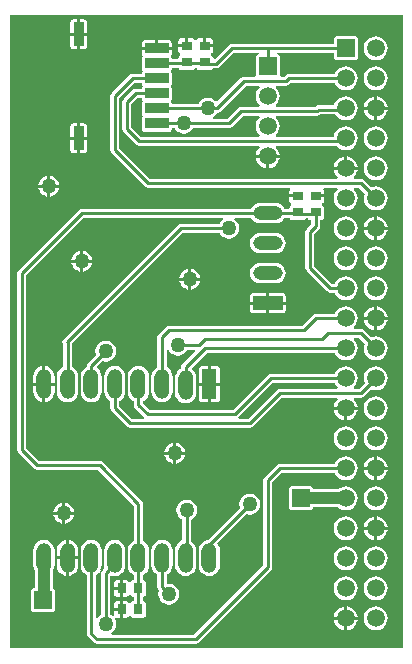
<source format=gtl>
G04 Layer_Physical_Order=1*
G04 Layer_Color=255*
%FSLAX25Y25*%
%MOIN*%
G70*
G01*
G75*
%ADD10R,0.03150X0.03543*%
%ADD11R,0.03543X0.03150*%
%ADD12R,0.03543X0.07874*%
%ADD13R,0.07874X0.03543*%
%ADD14O,0.05000X0.10000*%
%ADD15R,0.05000X0.10000*%
%ADD16C,0.01000*%
%ADD17C,0.03937*%
%ADD18R,0.05905X0.05905*%
%ADD19C,0.05905*%
%ADD20R,0.05905X0.05905*%
%ADD21R,0.09842X0.04724*%
%ADD22O,0.09842X0.04724*%
%ADD23C,0.05000*%
G36*
X131000Y0D02*
X0D01*
Y211000D01*
X131000D01*
Y0D01*
D02*
G37*
%LPC*%
G36*
X58464Y64500D02*
X55500D01*
Y61536D01*
X55914Y61590D01*
X56765Y61943D01*
X57496Y62504D01*
X58057Y63235D01*
X58410Y64086D01*
X58464Y64500D01*
D02*
G37*
G36*
X54500D02*
X51536D01*
X51590Y64086D01*
X51943Y63235D01*
X52504Y62504D01*
X53235Y61943D01*
X54086Y61590D01*
X54500Y61536D01*
Y64500D01*
D02*
G37*
G36*
X122500Y63921D02*
Y60500D01*
X125921D01*
X125851Y61032D01*
X125453Y61993D01*
X124819Y62819D01*
X123993Y63453D01*
X123032Y63851D01*
X122500Y63921D01*
D02*
G37*
G36*
X54500Y68464D02*
X54086Y68410D01*
X53235Y68057D01*
X52504Y67496D01*
X51943Y66765D01*
X51590Y65914D01*
X51536Y65500D01*
X54500D01*
Y68464D01*
D02*
G37*
G36*
X122000Y73987D02*
X120968Y73851D01*
X120007Y73453D01*
X119181Y72819D01*
X118547Y71993D01*
X118149Y71032D01*
X118013Y70000D01*
X118149Y68968D01*
X118547Y68007D01*
X119181Y67181D01*
X120007Y66547D01*
X120968Y66149D01*
X122000Y66013D01*
X123032Y66149D01*
X123993Y66547D01*
X124819Y67181D01*
X125453Y68007D01*
X125851Y68968D01*
X125987Y70000D01*
X125851Y71032D01*
X125453Y71993D01*
X124819Y72819D01*
X123993Y73453D01*
X123032Y73851D01*
X122000Y73987D01*
D02*
G37*
G36*
X112000D02*
X110968Y73851D01*
X110007Y73453D01*
X109181Y72819D01*
X108547Y71993D01*
X108149Y71032D01*
X108013Y70000D01*
X108149Y68968D01*
X108547Y68007D01*
X109181Y67181D01*
X110007Y66547D01*
X110968Y66149D01*
X112000Y66013D01*
X113032Y66149D01*
X113993Y66547D01*
X114819Y67181D01*
X115453Y68007D01*
X115851Y68968D01*
X115987Y70000D01*
X115851Y71032D01*
X115453Y71993D01*
X114819Y72819D01*
X113993Y73453D01*
X113032Y73851D01*
X112000Y73987D01*
D02*
G37*
G36*
X55500Y68464D02*
Y65500D01*
X58464D01*
X58410Y65914D01*
X58057Y66765D01*
X57496Y67496D01*
X56765Y68057D01*
X55914Y68410D01*
X55500Y68464D01*
D02*
G37*
G36*
X112000Y53987D02*
X110968Y53851D01*
X110007Y53453D01*
X109409Y52994D01*
X100964D01*
X100895Y53343D01*
X100674Y53674D01*
X100343Y53895D01*
X99953Y53972D01*
X94047D01*
X93657Y53895D01*
X93326Y53674D01*
X93105Y53343D01*
X93028Y52953D01*
Y47047D01*
X93105Y46657D01*
X93326Y46326D01*
X93657Y46105D01*
X94047Y46028D01*
X99953D01*
X100343Y46105D01*
X100674Y46326D01*
X100895Y46657D01*
X100964Y47006D01*
X109409D01*
X110007Y46547D01*
X110968Y46149D01*
X112000Y46013D01*
X113032Y46149D01*
X113993Y46547D01*
X114819Y47181D01*
X115453Y48007D01*
X115851Y48968D01*
X115987Y50000D01*
X115851Y51032D01*
X115453Y51993D01*
X114819Y52819D01*
X113993Y53453D01*
X113032Y53851D01*
X112000Y53987D01*
D02*
G37*
G36*
X122000D02*
X120968Y53851D01*
X120007Y53453D01*
X119181Y52819D01*
X118547Y51993D01*
X118149Y51032D01*
X118013Y50000D01*
X118149Y48968D01*
X118547Y48007D01*
X119181Y47181D01*
X120007Y46547D01*
X120968Y46149D01*
X122000Y46013D01*
X123032Y46149D01*
X123993Y46547D01*
X124819Y47181D01*
X125453Y48007D01*
X125851Y48968D01*
X125987Y50000D01*
X125851Y51032D01*
X125453Y51993D01*
X124819Y52819D01*
X123993Y53453D01*
X123032Y53851D01*
X122000Y53987D01*
D02*
G37*
G36*
X18500Y48464D02*
Y45500D01*
X21464D01*
X21410Y45914D01*
X21057Y46765D01*
X20496Y47496D01*
X19765Y48057D01*
X18914Y48410D01*
X18500Y48464D01*
D02*
G37*
G36*
X112000Y63987D02*
X110968Y63851D01*
X110007Y63453D01*
X109181Y62819D01*
X108547Y61993D01*
X108355Y61529D01*
X90000D01*
X89415Y61413D01*
X88919Y61081D01*
X84919Y57081D01*
X84587Y56585D01*
X84471Y56000D01*
Y27634D01*
X61366Y4529D01*
X34007D01*
X33878Y5029D01*
X34496Y5504D01*
X35057Y6235D01*
X35410Y7086D01*
X35530Y8000D01*
X35410Y8914D01*
X35057Y9765D01*
X34950Y9905D01*
X35260Y10264D01*
X35289Y10284D01*
X35669Y10209D01*
X36744D01*
Y12500D01*
X34650D01*
Y11228D01*
X34701Y10969D01*
X34318Y10662D01*
X34293Y10652D01*
X33765Y11057D01*
X33529Y11155D01*
Y23903D01*
X34029Y24237D01*
X34086Y24213D01*
X35000Y24093D01*
X35914Y24213D01*
X36765Y24566D01*
X37496Y25127D01*
X38057Y25858D01*
X38410Y26709D01*
X38530Y27623D01*
Y32623D01*
X38410Y33537D01*
X38057Y34388D01*
X37496Y35119D01*
X36765Y35680D01*
X35914Y36033D01*
X35000Y36153D01*
X34086Y36033D01*
X33235Y35680D01*
X32504Y35119D01*
X31943Y34388D01*
X31590Y33537D01*
X31470Y32623D01*
Y27623D01*
X31471Y27617D01*
Y26634D01*
X30919Y26081D01*
X30651Y25682D01*
X30208Y25918D01*
X30536Y26709D01*
X30656Y27623D01*
Y32623D01*
X30536Y33537D01*
X30183Y34388D01*
X29622Y35119D01*
X28891Y35680D01*
X28040Y36033D01*
X27126Y36153D01*
X26212Y36033D01*
X25361Y35680D01*
X24630Y35119D01*
X24069Y34388D01*
X23716Y33537D01*
X23596Y32623D01*
Y27623D01*
X23716Y26709D01*
X24069Y25858D01*
X24630Y25127D01*
X25361Y24566D01*
X25597Y24468D01*
Y4874D01*
X25713Y4289D01*
X26045Y3793D01*
X27919Y1919D01*
X28415Y1587D01*
X29000Y1471D01*
X62000D01*
X62585Y1587D01*
X63081Y1919D01*
X87081Y25919D01*
X87413Y26415D01*
X87529Y27000D01*
Y55366D01*
X90633Y58471D01*
X108355D01*
X108547Y58007D01*
X109181Y57181D01*
X110007Y56547D01*
X110968Y56149D01*
X112000Y56013D01*
X113032Y56149D01*
X113993Y56547D01*
X114819Y57181D01*
X115453Y58007D01*
X115851Y58968D01*
X115987Y60000D01*
X115851Y61032D01*
X115453Y61993D01*
X114819Y62819D01*
X113993Y63453D01*
X113032Y63851D01*
X112000Y63987D01*
D02*
G37*
G36*
X121500Y63921D02*
X120968Y63851D01*
X120007Y63453D01*
X119181Y62819D01*
X118547Y61993D01*
X118149Y61032D01*
X118079Y60500D01*
X121500D01*
Y63921D01*
D02*
G37*
G36*
X125921Y59500D02*
X122500D01*
Y56079D01*
X123032Y56149D01*
X123993Y56547D01*
X124819Y57181D01*
X125453Y58007D01*
X125851Y58968D01*
X125921Y59500D01*
D02*
G37*
G36*
X121500D02*
X118079D01*
X118149Y58968D01*
X118547Y58007D01*
X119181Y57181D01*
X120007Y56547D01*
X120968Y56149D01*
X121500Y56079D01*
Y59500D01*
D02*
G37*
G36*
X65996Y94020D02*
X63996D01*
X63606Y93942D01*
X63275Y93721D01*
X63054Y93390D01*
X62976Y93000D01*
Y88500D01*
X65996D01*
Y94020D01*
D02*
G37*
G36*
X10878Y93964D02*
X10464Y93910D01*
X9613Y93557D01*
X8882Y92996D01*
X8321Y92265D01*
X7968Y91414D01*
X7848Y90500D01*
Y88500D01*
X10878D01*
Y93964D01*
D02*
G37*
G36*
X14908Y87500D02*
X11878D01*
Y82036D01*
X12292Y82090D01*
X13143Y82443D01*
X13874Y83004D01*
X14435Y83735D01*
X14788Y84586D01*
X14908Y85500D01*
Y87500D01*
D02*
G37*
G36*
X11878Y93964D02*
Y88500D01*
X14908D01*
Y90500D01*
X14788Y91414D01*
X14435Y92265D01*
X13874Y92996D01*
X13143Y93557D01*
X12292Y93910D01*
X11878Y93964D01*
D02*
G37*
G36*
X112000Y113987D02*
X110968Y113851D01*
X110007Y113453D01*
X109181Y112819D01*
X108547Y111993D01*
X108355Y111529D01*
X102000D01*
X101415Y111413D01*
X100919Y111081D01*
X97366Y107529D01*
X53000D01*
X52415Y107413D01*
X51919Y107081D01*
X49667Y104829D01*
X49335Y104333D01*
X49219Y103748D01*
Y93655D01*
X48983Y93557D01*
X48252Y92996D01*
X47691Y92265D01*
X47338Y91414D01*
X47218Y90500D01*
Y85500D01*
X47338Y84586D01*
X47691Y83735D01*
X48252Y83004D01*
X48983Y82443D01*
X49834Y82090D01*
X50748Y81970D01*
X51662Y82090D01*
X52513Y82443D01*
X53244Y83004D01*
X53805Y83735D01*
X54158Y84586D01*
X54278Y85500D01*
Y90500D01*
X54158Y91414D01*
X53805Y92265D01*
X53244Y92996D01*
X52513Y93557D01*
X52277Y93655D01*
Y99535D01*
X52777Y99634D01*
X52943Y99235D01*
X53504Y98504D01*
X54235Y97943D01*
X55086Y97590D01*
X56000Y97470D01*
X56914Y97590D01*
X57765Y97943D01*
X58496Y98504D01*
X59057Y99235D01*
X59155Y99471D01*
X61654D01*
X61846Y99009D01*
X57541Y94703D01*
X57209Y94207D01*
X57093Y93622D01*
Y93261D01*
X56857Y93164D01*
X56126Y92602D01*
X55565Y91871D01*
X55212Y91020D01*
X55092Y90106D01*
Y85106D01*
X55212Y84193D01*
X55565Y83341D01*
X56126Y82610D01*
X56857Y82049D01*
X57708Y81696D01*
X58622Y81576D01*
X59536Y81696D01*
X60387Y82049D01*
X61118Y82610D01*
X61679Y83341D01*
X62032Y84193D01*
X62152Y85106D01*
Y90106D01*
X62032Y91020D01*
X61679Y91871D01*
X61118Y92602D01*
X60753Y92883D01*
X60709Y93546D01*
X65633Y98471D01*
X108355D01*
X108547Y98007D01*
X109181Y97181D01*
X110007Y96547D01*
X110968Y96149D01*
X112000Y96013D01*
X113032Y96149D01*
X113993Y96547D01*
X114819Y97181D01*
X115453Y98007D01*
X115851Y98968D01*
X115987Y100000D01*
X115851Y101032D01*
X115453Y101993D01*
X114819Y102819D01*
X114622Y102971D01*
X114792Y103471D01*
X116367D01*
X118341Y101496D01*
X118149Y101032D01*
X118013Y100000D01*
X118149Y98968D01*
X118547Y98007D01*
X119181Y97181D01*
X120007Y96547D01*
X120968Y96149D01*
X122000Y96013D01*
X123032Y96149D01*
X123993Y96547D01*
X124819Y97181D01*
X125453Y98007D01*
X125851Y98968D01*
X125987Y100000D01*
X125851Y101032D01*
X125453Y101993D01*
X124819Y102819D01*
X123993Y103453D01*
X123032Y103851D01*
X122000Y103987D01*
X120968Y103851D01*
X120504Y103659D01*
X118081Y106081D01*
X117585Y106413D01*
X117000Y106529D01*
X114792D01*
X114622Y107029D01*
X114819Y107181D01*
X115453Y108007D01*
X115851Y108968D01*
X115987Y110000D01*
X115851Y111032D01*
X115453Y111993D01*
X114819Y112819D01*
X113993Y113453D01*
X113032Y113851D01*
X112000Y113987D01*
D02*
G37*
G36*
X32000Y102530D02*
X31086Y102410D01*
X30235Y102057D01*
X29504Y101496D01*
X28943Y100765D01*
X28590Y99914D01*
X28470Y99000D01*
X28590Y98086D01*
X28688Y97851D01*
X26045Y95207D01*
X25713Y94711D01*
X25597Y94126D01*
Y93655D01*
X25361Y93557D01*
X24630Y92996D01*
X24069Y92265D01*
X23716Y91414D01*
X23596Y90500D01*
Y85500D01*
X23716Y84586D01*
X24069Y83735D01*
X24630Y83004D01*
X25361Y82443D01*
X26212Y82090D01*
X27126Y81970D01*
X28040Y82090D01*
X28891Y82443D01*
X29622Y83004D01*
X30183Y83735D01*
X30536Y84586D01*
X30656Y85500D01*
Y90500D01*
X30536Y91414D01*
X30183Y92265D01*
X29622Y92996D01*
X29195Y93325D01*
X29133Y93971D01*
X30851Y95688D01*
X31086Y95590D01*
X32000Y95470D01*
X32914Y95590D01*
X33765Y95943D01*
X34496Y96504D01*
X35057Y97235D01*
X35410Y98086D01*
X35530Y99000D01*
X35410Y99914D01*
X35057Y100765D01*
X34496Y101496D01*
X33765Y102057D01*
X32914Y102410D01*
X32000Y102530D01*
D02*
G37*
G36*
X68996Y94020D02*
X66996D01*
Y88500D01*
X70016D01*
Y93000D01*
X69938Y93390D01*
X69717Y93721D01*
X69386Y93942D01*
X68996Y94020D01*
D02*
G37*
G36*
X115921Y79500D02*
X112500D01*
Y76079D01*
X113032Y76149D01*
X113993Y76547D01*
X114819Y77181D01*
X115453Y78007D01*
X115851Y78968D01*
X115921Y79500D01*
D02*
G37*
G36*
X111500D02*
X108079D01*
X108149Y78968D01*
X108547Y78007D01*
X109181Y77181D01*
X110007Y76547D01*
X110968Y76149D01*
X111500Y76079D01*
Y79500D01*
D02*
G37*
G36*
X122000Y83987D02*
X120968Y83851D01*
X120007Y83453D01*
X119181Y82819D01*
X118547Y81993D01*
X118149Y81032D01*
X118013Y80000D01*
X118149Y78968D01*
X118547Y78007D01*
X119181Y77181D01*
X120007Y76547D01*
X120968Y76149D01*
X122000Y76013D01*
X123032Y76149D01*
X123993Y76547D01*
X124819Y77181D01*
X125453Y78007D01*
X125851Y78968D01*
X125987Y80000D01*
X125851Y81032D01*
X125453Y81993D01*
X124819Y82819D01*
X123993Y83453D01*
X123032Y83851D01*
X122000Y83987D01*
D02*
G37*
G36*
X42874Y94030D02*
X41960Y93910D01*
X41109Y93557D01*
X40378Y92996D01*
X39817Y92265D01*
X39464Y91414D01*
X39344Y90500D01*
Y85500D01*
X39464Y84586D01*
X39817Y83735D01*
X40378Y83004D01*
X41109Y82443D01*
X41345Y82345D01*
Y81126D01*
X41461Y80541D01*
X41793Y80045D01*
X44808Y77029D01*
X44671Y76592D01*
X44623Y76529D01*
X40633D01*
X36529Y80633D01*
Y82345D01*
X36765Y82443D01*
X37496Y83004D01*
X38057Y83735D01*
X38410Y84586D01*
X38530Y85500D01*
Y90500D01*
X38410Y91414D01*
X38057Y92265D01*
X37496Y92996D01*
X36765Y93557D01*
X35914Y93910D01*
X35000Y94030D01*
X34086Y93910D01*
X33235Y93557D01*
X32504Y92996D01*
X31943Y92265D01*
X31590Y91414D01*
X31470Y90500D01*
Y85500D01*
X31590Y84586D01*
X31943Y83735D01*
X32504Y83004D01*
X33235Y82443D01*
X33471Y82345D01*
Y80000D01*
X33587Y79415D01*
X33919Y78919D01*
X38919Y73919D01*
X39415Y73587D01*
X40000Y73471D01*
X80000D01*
X80585Y73587D01*
X81081Y73919D01*
X90633Y83471D01*
X109209D01*
X109378Y82971D01*
X109181Y82819D01*
X108547Y81993D01*
X108149Y81032D01*
X108079Y80500D01*
X112000D01*
X115921D01*
X115851Y81032D01*
X115453Y81993D01*
X114819Y82819D01*
X114622Y82971D01*
X114792Y83471D01*
X117000D01*
X117585Y83587D01*
X118081Y83919D01*
X120504Y86341D01*
X120968Y86149D01*
X122000Y86013D01*
X123032Y86149D01*
X123993Y86547D01*
X124819Y87181D01*
X125453Y88007D01*
X125851Y88968D01*
X125987Y90000D01*
X125851Y91032D01*
X125453Y91993D01*
X124819Y92819D01*
X123993Y93453D01*
X123032Y93851D01*
X122000Y93987D01*
X120968Y93851D01*
X120007Y93453D01*
X119181Y92819D01*
X118547Y91993D01*
X118149Y91032D01*
X118013Y90000D01*
X118149Y88968D01*
X118341Y88504D01*
X116367Y86529D01*
X114792D01*
X114622Y87029D01*
X114819Y87181D01*
X115453Y88007D01*
X115851Y88968D01*
X115987Y90000D01*
X115851Y91032D01*
X115453Y91993D01*
X114819Y92819D01*
X113993Y93453D01*
X113032Y93851D01*
X112000Y93987D01*
X110968Y93851D01*
X110007Y93453D01*
X109181Y92819D01*
X108547Y91993D01*
X108355Y91529D01*
X87000D01*
X86415Y91413D01*
X85919Y91081D01*
X74366Y79529D01*
X46633D01*
X44403Y81760D01*
Y82345D01*
X44639Y82443D01*
X45370Y83004D01*
X45931Y83735D01*
X46284Y84586D01*
X46404Y85500D01*
Y90500D01*
X46284Y91414D01*
X45931Y92265D01*
X45370Y92996D01*
X44639Y93557D01*
X43788Y93910D01*
X42874Y94030D01*
D02*
G37*
G36*
X10878Y87500D02*
X7848D01*
Y85500D01*
X7968Y84586D01*
X8321Y83735D01*
X8882Y83004D01*
X9613Y82443D01*
X10464Y82090D01*
X10878Y82036D01*
Y87500D01*
D02*
G37*
G36*
X70016D02*
X66996D01*
Y81980D01*
X68996D01*
X69386Y82058D01*
X69717Y82279D01*
X69938Y82610D01*
X70016Y83000D01*
Y87500D01*
D02*
G37*
G36*
X65996D02*
X62976D01*
Y83000D01*
X63054Y82610D01*
X63275Y82279D01*
X63606Y82058D01*
X63996Y81980D01*
X65996D01*
Y87500D01*
D02*
G37*
G36*
X122000Y23987D02*
X120968Y23851D01*
X120007Y23453D01*
X119181Y22819D01*
X118547Y21993D01*
X118149Y21032D01*
X118013Y20000D01*
X118149Y18968D01*
X118547Y18007D01*
X119181Y17181D01*
X120007Y16547D01*
X120968Y16149D01*
X122000Y16013D01*
X123032Y16149D01*
X123993Y16547D01*
X124819Y17181D01*
X125453Y18007D01*
X125851Y18968D01*
X125987Y20000D01*
X125851Y21032D01*
X125453Y21993D01*
X124819Y22819D01*
X123993Y23453D01*
X123032Y23851D01*
X122000Y23987D01*
D02*
G37*
G36*
X112000D02*
X110968Y23851D01*
X110007Y23453D01*
X109181Y22819D01*
X108547Y21993D01*
X108149Y21032D01*
X108013Y20000D01*
X108149Y18968D01*
X108547Y18007D01*
X109181Y17181D01*
X110007Y16547D01*
X110968Y16149D01*
X112000Y16013D01*
X113032Y16149D01*
X113993Y16547D01*
X114819Y17181D01*
X115453Y18007D01*
X115851Y18968D01*
X115987Y20000D01*
X115851Y21032D01*
X115453Y21993D01*
X114819Y22819D01*
X113993Y23453D01*
X113032Y23851D01*
X112000Y23987D01*
D02*
G37*
G36*
X50748Y36153D02*
X49834Y36033D01*
X48983Y35680D01*
X48252Y35119D01*
X47691Y34388D01*
X47338Y33537D01*
X47218Y32623D01*
Y27623D01*
X47338Y26709D01*
X47691Y25858D01*
X48252Y25127D01*
X48983Y24566D01*
X49219Y24468D01*
Y20252D01*
X49335Y19667D01*
X49667Y19171D01*
X49688Y19149D01*
X49590Y18914D01*
X49470Y18000D01*
X49590Y17086D01*
X49943Y16235D01*
X50504Y15504D01*
X51235Y14943D01*
X52086Y14590D01*
X53000Y14470D01*
X53914Y14590D01*
X54765Y14943D01*
X55496Y15504D01*
X56057Y16235D01*
X56410Y17086D01*
X56530Y18000D01*
X56410Y18914D01*
X56057Y19765D01*
X55496Y20496D01*
X54765Y21057D01*
X53914Y21410D01*
X53000Y21530D01*
X52653Y21485D01*
X52277Y21814D01*
Y24468D01*
X52513Y24566D01*
X53244Y25127D01*
X53805Y25858D01*
X54158Y26709D01*
X54278Y27623D01*
Y32623D01*
X54158Y33537D01*
X53805Y34388D01*
X53244Y35119D01*
X52513Y35680D01*
X51662Y36033D01*
X50748Y36153D01*
D02*
G37*
G36*
X36744Y19500D02*
X34650D01*
Y18228D01*
X34727Y17838D01*
X34948Y17507D01*
X35279Y17286D01*
X35669Y17209D01*
X36744D01*
Y19500D01*
D02*
G37*
G36*
X18752Y29623D02*
X15722D01*
Y27623D01*
X15842Y26709D01*
X16195Y25858D01*
X16756Y25127D01*
X17487Y24566D01*
X18338Y24213D01*
X18752Y24159D01*
Y29623D01*
D02*
G37*
G36*
X59000Y49530D02*
X58086Y49410D01*
X57235Y49057D01*
X56504Y48496D01*
X55943Y47765D01*
X55590Y46914D01*
X55470Y46000D01*
X55590Y45086D01*
X55943Y44235D01*
X56504Y43504D01*
X57235Y42943D01*
X57471Y42845D01*
Y35934D01*
X56857Y35680D01*
X56126Y35119D01*
X55565Y34388D01*
X55212Y33537D01*
X55092Y32623D01*
Y27623D01*
X55212Y26709D01*
X55565Y25858D01*
X56126Y25127D01*
X56857Y24566D01*
X57708Y24213D01*
X58622Y24093D01*
X59536Y24213D01*
X60387Y24566D01*
X61118Y25127D01*
X61679Y25858D01*
X62032Y26709D01*
X62152Y27623D01*
Y32623D01*
X62032Y33537D01*
X61679Y34388D01*
X61118Y35119D01*
X60529Y35571D01*
Y42845D01*
X60765Y42943D01*
X61496Y43504D01*
X62057Y44235D01*
X62410Y45086D01*
X62530Y46000D01*
X62410Y46914D01*
X62057Y47765D01*
X61496Y48496D01*
X60765Y49057D01*
X59914Y49410D01*
X59000Y49530D01*
D02*
G37*
G36*
X36744Y22791D02*
X35669D01*
X35279Y22714D01*
X34948Y22493D01*
X34727Y22162D01*
X34650Y21772D01*
Y20500D01*
X36744D01*
Y22791D01*
D02*
G37*
G36*
X115921Y9500D02*
X112500D01*
Y6079D01*
X113032Y6149D01*
X113993Y6547D01*
X114819Y7181D01*
X115453Y8007D01*
X115851Y8968D01*
X115921Y9500D01*
D02*
G37*
G36*
X111500D02*
X108079D01*
X108149Y8968D01*
X108547Y8007D01*
X109181Y7181D01*
X110007Y6547D01*
X110968Y6149D01*
X111500Y6079D01*
Y9500D01*
D02*
G37*
G36*
X122000Y13987D02*
X120968Y13851D01*
X120007Y13453D01*
X119181Y12819D01*
X118547Y11993D01*
X118149Y11032D01*
X118013Y10000D01*
X118149Y8968D01*
X118547Y8007D01*
X119181Y7181D01*
X120007Y6547D01*
X120968Y6149D01*
X122000Y6013D01*
X123032Y6149D01*
X123993Y6547D01*
X124819Y7181D01*
X125453Y8007D01*
X125851Y8968D01*
X125987Y10000D01*
X125851Y11032D01*
X125453Y11993D01*
X124819Y12819D01*
X123993Y13453D01*
X123032Y13851D01*
X122000Y13987D01*
D02*
G37*
G36*
X111500Y13921D02*
X110968Y13851D01*
X110007Y13453D01*
X109181Y12819D01*
X108547Y11993D01*
X108149Y11032D01*
X108079Y10500D01*
X111500D01*
Y13921D01*
D02*
G37*
G36*
X36744Y15791D02*
X35669D01*
X35279Y15714D01*
X34948Y15493D01*
X34727Y15162D01*
X34650Y14772D01*
Y13500D01*
X36744D01*
Y15791D01*
D02*
G37*
G36*
X11378Y36153D02*
X10464Y36033D01*
X9613Y35680D01*
X8882Y35119D01*
X8321Y34388D01*
X7968Y33537D01*
X7848Y32623D01*
Y27623D01*
X7968Y26709D01*
X8321Y25858D01*
X8384Y25776D01*
Y19972D01*
X8047D01*
X7657Y19895D01*
X7326Y19674D01*
X7105Y19343D01*
X7028Y18953D01*
Y13047D01*
X7105Y12657D01*
X7326Y12326D01*
X7657Y12105D01*
X8047Y12028D01*
X13953D01*
X14343Y12105D01*
X14674Y12326D01*
X14895Y12657D01*
X14972Y13047D01*
Y18953D01*
X14895Y19343D01*
X14674Y19674D01*
X14372Y19875D01*
Y25776D01*
X14435Y25858D01*
X14788Y26709D01*
X14908Y27623D01*
Y32623D01*
X14788Y33537D01*
X14435Y34388D01*
X13874Y35119D01*
X13143Y35680D01*
X12292Y36033D01*
X11378Y36153D01*
D02*
G37*
G36*
X112500Y13921D02*
Y10500D01*
X115921D01*
X115851Y11032D01*
X115453Y11993D01*
X114819Y12819D01*
X113993Y13453D01*
X113032Y13851D01*
X112500Y13921D01*
D02*
G37*
G36*
X122500Y43921D02*
Y40500D01*
X125921D01*
X125851Y41032D01*
X125453Y41993D01*
X124819Y42819D01*
X123993Y43453D01*
X123032Y43851D01*
X122500Y43921D01*
D02*
G37*
G36*
X121500D02*
X120968Y43851D01*
X120007Y43453D01*
X119181Y42819D01*
X118547Y41993D01*
X118149Y41032D01*
X118079Y40500D01*
X121500D01*
Y43921D01*
D02*
G37*
G36*
X125921Y39500D02*
X122500D01*
Y36079D01*
X123032Y36149D01*
X123993Y36547D01*
X124819Y37181D01*
X125453Y38007D01*
X125851Y38968D01*
X125921Y39500D01*
D02*
G37*
G36*
X17500Y44500D02*
X14536D01*
X14590Y44086D01*
X14943Y43235D01*
X15504Y42504D01*
X16235Y41943D01*
X17086Y41590D01*
X17500Y41536D01*
Y44500D01*
D02*
G37*
G36*
Y48464D02*
X17086Y48410D01*
X16235Y48057D01*
X15504Y47496D01*
X14943Y46765D01*
X14590Y45914D01*
X14536Y45500D01*
X17500D01*
Y48464D01*
D02*
G37*
G36*
X80000Y51530D02*
X79086Y51410D01*
X78235Y51057D01*
X77504Y50496D01*
X76943Y49765D01*
X76590Y48914D01*
X76470Y48000D01*
X76590Y47086D01*
X76688Y46851D01*
X65914Y36077D01*
X65582Y36033D01*
X64731Y35680D01*
X64000Y35119D01*
X63439Y34388D01*
X63086Y33537D01*
X62966Y32623D01*
Y27623D01*
X63086Y26709D01*
X63439Y25858D01*
X64000Y25127D01*
X64731Y24566D01*
X65582Y24213D01*
X66496Y24093D01*
X67410Y24213D01*
X68261Y24566D01*
X68992Y25127D01*
X69553Y25858D01*
X69906Y26709D01*
X70026Y27623D01*
Y32623D01*
X69906Y33537D01*
X69553Y34388D01*
X69118Y34955D01*
X78851Y44688D01*
X79086Y44590D01*
X80000Y44470D01*
X80914Y44590D01*
X81765Y44943D01*
X82496Y45504D01*
X83057Y46235D01*
X83410Y47086D01*
X83530Y48000D01*
X83410Y48914D01*
X83057Y49765D01*
X82496Y50496D01*
X81765Y51057D01*
X80914Y51410D01*
X80000Y51530D01*
D02*
G37*
G36*
X21464Y44500D02*
X18500D01*
Y41536D01*
X18914Y41590D01*
X19765Y41943D01*
X20496Y42504D01*
X21057Y43235D01*
X21410Y44086D01*
X21464Y44500D01*
D02*
G37*
G36*
X122000Y33987D02*
X120968Y33851D01*
X120007Y33453D01*
X119181Y32819D01*
X118547Y31993D01*
X118149Y31032D01*
X118013Y30000D01*
X118149Y28968D01*
X118547Y28007D01*
X119181Y27181D01*
X120007Y26547D01*
X120968Y26149D01*
X122000Y26013D01*
X123032Y26149D01*
X123993Y26547D01*
X124819Y27181D01*
X125453Y28007D01*
X125851Y28968D01*
X125987Y30000D01*
X125851Y31032D01*
X125453Y31993D01*
X124819Y32819D01*
X123993Y33453D01*
X123032Y33851D01*
X122000Y33987D01*
D02*
G37*
G36*
X112000D02*
X110968Y33851D01*
X110007Y33453D01*
X109181Y32819D01*
X108547Y31993D01*
X108149Y31032D01*
X108013Y30000D01*
X108149Y28968D01*
X108547Y28007D01*
X109181Y27181D01*
X110007Y26547D01*
X110968Y26149D01*
X112000Y26013D01*
X113032Y26149D01*
X113993Y26547D01*
X114819Y27181D01*
X115453Y28007D01*
X115851Y28968D01*
X115987Y30000D01*
X115851Y31032D01*
X115453Y31993D01*
X114819Y32819D01*
X113993Y33453D01*
X113032Y33851D01*
X112000Y33987D01*
D02*
G37*
G36*
X22782Y29623D02*
X19752D01*
Y24159D01*
X20166Y24213D01*
X21017Y24566D01*
X21748Y25127D01*
X22309Y25858D01*
X22662Y26709D01*
X22782Y27623D01*
Y29623D01*
D02*
G37*
G36*
X18752Y36087D02*
X18338Y36033D01*
X17487Y35680D01*
X16756Y35119D01*
X16195Y34388D01*
X15842Y33537D01*
X15722Y32623D01*
Y30623D01*
X18752D01*
Y36087D01*
D02*
G37*
G36*
X121500Y39500D02*
X118079D01*
X118149Y38968D01*
X118547Y38007D01*
X119181Y37181D01*
X120007Y36547D01*
X120968Y36149D01*
X121500Y36079D01*
Y39500D01*
D02*
G37*
G36*
X112000Y43987D02*
X110968Y43851D01*
X110007Y43453D01*
X109181Y42819D01*
X108547Y41993D01*
X108149Y41032D01*
X108013Y40000D01*
X108149Y38968D01*
X108547Y38007D01*
X109181Y37181D01*
X110007Y36547D01*
X110968Y36149D01*
X112000Y36013D01*
X113032Y36149D01*
X113993Y36547D01*
X114819Y37181D01*
X115453Y38007D01*
X115851Y38968D01*
X115987Y40000D01*
X115851Y41032D01*
X115453Y41993D01*
X114819Y42819D01*
X113993Y43453D01*
X113032Y43851D01*
X112000Y43987D01*
D02*
G37*
G36*
X19752Y36087D02*
Y30623D01*
X22782D01*
Y32623D01*
X22662Y33537D01*
X22309Y34388D01*
X21748Y35119D01*
X21017Y35680D01*
X20166Y36033D01*
X19752Y36087D01*
D02*
G37*
G36*
X121500Y109500D02*
X118079D01*
X118149Y108968D01*
X118547Y108007D01*
X119181Y107181D01*
X120007Y106547D01*
X120968Y106149D01*
X121500Y106079D01*
Y109500D01*
D02*
G37*
G36*
X122000Y173987D02*
X120968Y173851D01*
X120007Y173453D01*
X119181Y172819D01*
X118547Y171993D01*
X118149Y171032D01*
X118013Y170000D01*
X118149Y168968D01*
X118547Y168007D01*
X119181Y167181D01*
X120007Y166547D01*
X120968Y166149D01*
X122000Y166013D01*
X123032Y166149D01*
X123993Y166547D01*
X124819Y167181D01*
X125453Y168007D01*
X125851Y168968D01*
X125987Y170000D01*
X125851Y171032D01*
X125453Y171993D01*
X124819Y172819D01*
X123993Y173453D01*
X123032Y173851D01*
X122000Y173987D01*
D02*
G37*
G36*
X25791Y169500D02*
X23500D01*
Y165043D01*
X24772D01*
X25162Y165121D01*
X25493Y165342D01*
X25714Y165673D01*
X25791Y166063D01*
Y169500D01*
D02*
G37*
G36*
X22500D02*
X20209D01*
Y166063D01*
X20286Y165673D01*
X20507Y165342D01*
X20838Y165121D01*
X21228Y165043D01*
X22500D01*
Y169500D01*
D02*
G37*
G36*
X121500Y179500D02*
X118079D01*
X118149Y178968D01*
X118547Y178007D01*
X119181Y177181D01*
X120007Y176547D01*
X120968Y176149D01*
X121500Y176079D01*
Y179500D01*
D02*
G37*
G36*
X24772Y174957D02*
X23500D01*
Y170500D01*
X25791D01*
Y173937D01*
X25714Y174327D01*
X25493Y174658D01*
X25162Y174879D01*
X24772Y174957D01*
D02*
G37*
G36*
X22500D02*
X21228D01*
X20838Y174879D01*
X20507Y174658D01*
X20286Y174327D01*
X20209Y173937D01*
Y170500D01*
X22500D01*
Y174957D01*
D02*
G37*
G36*
X112500Y163921D02*
Y160500D01*
X115921D01*
X115851Y161032D01*
X115453Y161993D01*
X114819Y162819D01*
X113993Y163453D01*
X113032Y163851D01*
X112500Y163921D01*
D02*
G37*
G36*
X122000Y163987D02*
X120968Y163851D01*
X120007Y163453D01*
X119181Y162819D01*
X118547Y161993D01*
X118149Y161032D01*
X118013Y160000D01*
X118149Y158968D01*
X118547Y158007D01*
X119181Y157181D01*
X120007Y156547D01*
X120968Y156149D01*
X122000Y156013D01*
X123032Y156149D01*
X123993Y156547D01*
X124819Y157181D01*
X125453Y158007D01*
X125851Y158968D01*
X125987Y160000D01*
X125851Y161032D01*
X125453Y161993D01*
X124819Y162819D01*
X123993Y163453D01*
X123032Y163851D01*
X122000Y163987D01*
D02*
G37*
G36*
X13500Y157464D02*
Y154500D01*
X16464D01*
X16410Y154914D01*
X16057Y155765D01*
X15496Y156496D01*
X14765Y157057D01*
X13914Y157410D01*
X13500Y157464D01*
D02*
G37*
G36*
X12500D02*
X12086Y157410D01*
X11235Y157057D01*
X10504Y156496D01*
X9943Y155765D01*
X9590Y154914D01*
X9536Y154500D01*
X12500D01*
Y157464D01*
D02*
G37*
G36*
X111500Y163921D02*
X110968Y163851D01*
X110007Y163453D01*
X109181Y162819D01*
X108547Y161993D01*
X108149Y161032D01*
X108079Y160500D01*
X111500D01*
Y163921D01*
D02*
G37*
G36*
X89921Y163500D02*
X86500D01*
Y160079D01*
X87032Y160149D01*
X87993Y160547D01*
X88819Y161181D01*
X89453Y162007D01*
X89851Y162968D01*
X89921Y163500D01*
D02*
G37*
G36*
X85500D02*
X82079D01*
X82149Y162968D01*
X82547Y162007D01*
X83181Y161181D01*
X84007Y160547D01*
X84968Y160149D01*
X85500Y160079D01*
Y163500D01*
D02*
G37*
G36*
X125921Y179500D02*
X122500D01*
Y176079D01*
X123032Y176149D01*
X123993Y176547D01*
X124819Y177181D01*
X125453Y178007D01*
X125851Y178968D01*
X125921Y179500D01*
D02*
G37*
G36*
X58500Y203350D02*
X57228D01*
X56838Y203273D01*
X56507Y203052D01*
X56286Y202721D01*
X56209Y202331D01*
Y201256D01*
X58500D01*
Y203350D01*
D02*
G37*
G36*
X52921Y202712D02*
X49484D01*
Y200421D01*
X53941D01*
Y201693D01*
X53863Y202083D01*
X53642Y202414D01*
X53312Y202635D01*
X52921Y202712D01*
D02*
G37*
G36*
X48484D02*
X45047D01*
X44657Y202635D01*
X44326Y202414D01*
X44105Y202083D01*
X44028Y201693D01*
Y200421D01*
X48484D01*
Y202712D01*
D02*
G37*
G36*
X24772Y209602D02*
X23500D01*
Y205146D01*
X25791D01*
Y208583D01*
X25714Y208973D01*
X25493Y209304D01*
X25162Y209525D01*
X24772Y209602D01*
D02*
G37*
G36*
X22500D02*
X21228D01*
X20838Y209525D01*
X20507Y209304D01*
X20286Y208973D01*
X20209Y208583D01*
Y205146D01*
X22500D01*
Y209602D01*
D02*
G37*
G36*
X66772Y203350D02*
X65500D01*
Y201256D01*
X67791D01*
Y202331D01*
X67714Y202721D01*
X67493Y203052D01*
X67162Y203273D01*
X66772Y203350D01*
D02*
G37*
G36*
X25791Y204146D02*
X23500D01*
Y199689D01*
X24772D01*
X25162Y199767D01*
X25493Y199988D01*
X25714Y200319D01*
X25791Y200709D01*
Y204146D01*
D02*
G37*
G36*
X122000Y193987D02*
X120968Y193851D01*
X120007Y193453D01*
X119181Y192819D01*
X118547Y191993D01*
X118149Y191032D01*
X118013Y190000D01*
X118149Y188968D01*
X118547Y188007D01*
X119181Y187181D01*
X120007Y186547D01*
X120968Y186149D01*
X122000Y186013D01*
X123032Y186149D01*
X123993Y186547D01*
X124819Y187181D01*
X125453Y188007D01*
X125851Y188968D01*
X125987Y190000D01*
X125851Y191032D01*
X125453Y191993D01*
X124819Y192819D01*
X123993Y193453D01*
X123032Y193851D01*
X122000Y193987D01*
D02*
G37*
G36*
X122500Y183921D02*
Y180500D01*
X125921D01*
X125851Y181032D01*
X125453Y181993D01*
X124819Y182819D01*
X123993Y183453D01*
X123032Y183851D01*
X122500Y183921D01*
D02*
G37*
G36*
X121500D02*
X120968Y183851D01*
X120007Y183453D01*
X119181Y182819D01*
X118547Y181993D01*
X118149Y181032D01*
X118079Y180500D01*
X121500D01*
Y183921D01*
D02*
G37*
G36*
X22500Y204146D02*
X20209D01*
Y200709D01*
X20286Y200319D01*
X20507Y199988D01*
X20838Y199767D01*
X21228Y199689D01*
X22500D01*
Y204146D01*
D02*
G37*
G36*
X114953Y203972D02*
X109047D01*
X108657Y203895D01*
X108326Y203674D01*
X108105Y203343D01*
X108028Y202953D01*
Y201529D01*
X74000D01*
X73415Y201413D01*
X72919Y201081D01*
X68291Y196454D01*
X67791Y196661D01*
Y196819D01*
X67714Y197209D01*
X67493Y197540D01*
X67198Y197737D01*
X67169Y198000D01*
X67198Y198263D01*
X67493Y198460D01*
X67714Y198791D01*
X67791Y199181D01*
Y200256D01*
X65000D01*
Y200756D01*
X64500D01*
Y203350D01*
X63228D01*
X62838Y203273D01*
X62507Y203052D01*
X62286Y202721D01*
X62255Y202563D01*
X61745D01*
X61714Y202721D01*
X61493Y203052D01*
X61162Y203273D01*
X60772Y203350D01*
X59500D01*
Y200756D01*
X59000D01*
Y200256D01*
X56209D01*
Y199181D01*
X56286Y198791D01*
X56507Y198460D01*
X56802Y198263D01*
X56831Y198000D01*
X56802Y197737D01*
X56507Y197540D01*
X56286Y197209D01*
X56209Y196819D01*
Y196529D01*
X53941D01*
Y196693D01*
X53863Y197083D01*
X53647Y197421D01*
X53863Y197759D01*
X53941Y198150D01*
Y199421D01*
X44028D01*
Y198150D01*
X44105Y197759D01*
X44322Y197421D01*
X44105Y197083D01*
X44028Y196693D01*
Y193150D01*
X44105Y192759D01*
X44322Y192421D01*
X44105Y192083D01*
X44028Y191693D01*
Y191451D01*
X40921D01*
X40336Y191334D01*
X39840Y191003D01*
X33919Y185081D01*
X33587Y184585D01*
X33471Y184000D01*
Y166000D01*
X33587Y165415D01*
X33919Y164919D01*
X44919Y153919D01*
X45415Y153587D01*
X46000Y153471D01*
X93234D01*
X93362Y153275D01*
X93453Y152971D01*
X93286Y152721D01*
X93209Y152331D01*
Y151256D01*
X96000D01*
Y150256D01*
X93209D01*
Y149181D01*
X93286Y148791D01*
X93507Y148460D01*
X93802Y148263D01*
X93831Y148000D01*
X93802Y147737D01*
X93507Y147540D01*
X93286Y147209D01*
X93209Y146819D01*
Y146529D01*
X91565D01*
X91496Y146696D01*
X90957Y147398D01*
X90255Y147937D01*
X89437Y148276D01*
X88559Y148391D01*
X83441D01*
X82563Y148276D01*
X81745Y147937D01*
X81043Y147398D01*
X80504Y146696D01*
X80435Y146529D01*
X24000D01*
X23415Y146413D01*
X22919Y146081D01*
X2919Y126081D01*
X2587Y125585D01*
X2471Y125000D01*
Y66000D01*
X2587Y65415D01*
X2919Y64919D01*
X7919Y59919D01*
X8415Y59587D01*
X9000Y59471D01*
X29366D01*
X41345Y47493D01*
Y35778D01*
X41109Y35680D01*
X40378Y35119D01*
X39817Y34388D01*
X39464Y33537D01*
X39344Y32623D01*
Y27623D01*
X39464Y26709D01*
X39817Y25858D01*
X40378Y25127D01*
X41109Y24566D01*
X41227Y24517D01*
Y22791D01*
X41181D01*
X40791Y22714D01*
X40460Y22493D01*
X40263Y22198D01*
X40000Y22169D01*
X39737Y22198D01*
X39540Y22493D01*
X39209Y22714D01*
X38819Y22791D01*
X37744D01*
Y20000D01*
Y17209D01*
X38819D01*
X39209Y17286D01*
X39540Y17507D01*
X39737Y17802D01*
X40000Y17831D01*
X40263Y17802D01*
X40460Y17507D01*
X40791Y17286D01*
X41181Y17209D01*
X41227D01*
Y15791D01*
X41181D01*
X40791Y15714D01*
X40460Y15493D01*
X40263Y15198D01*
X40000Y15169D01*
X39737Y15198D01*
X39540Y15493D01*
X39209Y15714D01*
X38819Y15791D01*
X37744D01*
Y13000D01*
Y10209D01*
X38819D01*
X39209Y10286D01*
X39540Y10507D01*
X39737Y10802D01*
X40000Y10831D01*
X40263Y10802D01*
X40460Y10507D01*
X40791Y10286D01*
X41181Y10209D01*
X44331D01*
X44721Y10286D01*
X45052Y10507D01*
X45273Y10838D01*
X45350Y11228D01*
Y14772D01*
X45273Y15162D01*
X45052Y15493D01*
X44721Y15714D01*
X44331Y15791D01*
X44285D01*
Y17209D01*
X44331D01*
X44721Y17286D01*
X45052Y17507D01*
X45273Y17838D01*
X45350Y18228D01*
Y21772D01*
X45273Y22162D01*
X45052Y22493D01*
X44721Y22714D01*
X44331Y22791D01*
X44285D01*
Y24419D01*
X44639Y24566D01*
X45370Y25127D01*
X45931Y25858D01*
X46284Y26709D01*
X46404Y27623D01*
Y32623D01*
X46284Y33537D01*
X45931Y34388D01*
X45370Y35119D01*
X44639Y35680D01*
X44403Y35778D01*
Y48126D01*
X44287Y48711D01*
X43955Y49207D01*
X31081Y62081D01*
X30585Y62413D01*
X30000Y62529D01*
X9634D01*
X5529Y66633D01*
Y124366D01*
X24633Y143471D01*
X70993D01*
X71122Y142971D01*
X70504Y142496D01*
X69943Y141765D01*
X69845Y141529D01*
X57000D01*
X56415Y141413D01*
X55919Y141081D01*
X17919Y103081D01*
X17587Y102585D01*
X17471Y102000D01*
X17587Y101415D01*
X17723Y101212D01*
Y93655D01*
X17487Y93557D01*
X16756Y92996D01*
X16195Y92265D01*
X15842Y91414D01*
X15722Y90500D01*
Y85500D01*
X15842Y84586D01*
X16195Y83735D01*
X16756Y83004D01*
X17487Y82443D01*
X18338Y82090D01*
X19252Y81970D01*
X20166Y82090D01*
X21017Y82443D01*
X21748Y83004D01*
X22309Y83735D01*
X22662Y84586D01*
X22782Y85500D01*
Y90500D01*
X22662Y91414D01*
X22309Y92265D01*
X21748Y92996D01*
X21017Y93557D01*
X20781Y93655D01*
Y101619D01*
X57634Y138471D01*
X69845D01*
X69943Y138235D01*
X70504Y137504D01*
X71235Y136943D01*
X72086Y136590D01*
X73000Y136470D01*
X73914Y136590D01*
X74765Y136943D01*
X75496Y137504D01*
X76057Y138235D01*
X76410Y139086D01*
X76530Y140000D01*
X76410Y140914D01*
X76057Y141765D01*
X75496Y142496D01*
X74878Y142971D01*
X75007Y143471D01*
X80435D01*
X80504Y143304D01*
X81043Y142602D01*
X81745Y142063D01*
X82563Y141724D01*
X83441Y141609D01*
X88559D01*
X89437Y141724D01*
X90255Y142063D01*
X90957Y142602D01*
X91496Y143304D01*
X91565Y143471D01*
X93248D01*
X93286Y143279D01*
X93507Y142948D01*
X93838Y142727D01*
X94228Y142650D01*
X97772D01*
X98162Y142727D01*
X98493Y142948D01*
X98678Y143227D01*
X99322D01*
X99507Y142948D01*
X99838Y142727D01*
X100228Y142650D01*
X100471D01*
Y141317D01*
X98919Y139764D01*
X98587Y139268D01*
X98471Y138683D01*
Y126837D01*
X98587Y126252D01*
X98919Y125756D01*
X105756Y118919D01*
X106252Y118587D01*
X106837Y118471D01*
X108355D01*
X108547Y118007D01*
X109181Y117181D01*
X110007Y116547D01*
X110968Y116149D01*
X112000Y116013D01*
X113032Y116149D01*
X113993Y116547D01*
X114819Y117181D01*
X115453Y118007D01*
X115851Y118968D01*
X115987Y120000D01*
X115851Y121032D01*
X115453Y121993D01*
X114819Y122819D01*
X113993Y123453D01*
X113032Y123851D01*
X112000Y123987D01*
X110968Y123851D01*
X110007Y123453D01*
X109181Y122819D01*
X108547Y121993D01*
X108355Y121529D01*
X107471D01*
X101529Y127471D01*
Y138050D01*
X103081Y139602D01*
X103413Y140098D01*
X103529Y140683D01*
Y142650D01*
X103772D01*
X104162Y142727D01*
X104493Y142948D01*
X104714Y143279D01*
X104791Y143669D01*
Y146819D01*
X104714Y147209D01*
X104493Y147540D01*
X104198Y147737D01*
X104169Y148000D01*
X104198Y148263D01*
X104493Y148460D01*
X104714Y148791D01*
X104791Y149181D01*
Y150256D01*
X102000D01*
Y151256D01*
X104791D01*
Y152331D01*
X104714Y152721D01*
X104547Y152971D01*
X104638Y153275D01*
X104766Y153471D01*
X109209D01*
X109378Y152971D01*
X109181Y152819D01*
X108547Y151993D01*
X108149Y151032D01*
X108013Y150000D01*
X108149Y148968D01*
X108547Y148007D01*
X109181Y147181D01*
X110007Y146547D01*
X110968Y146149D01*
X112000Y146013D01*
X113032Y146149D01*
X113993Y146547D01*
X114819Y147181D01*
X115453Y148007D01*
X115851Y148968D01*
X115987Y150000D01*
X115851Y151032D01*
X115453Y151993D01*
X114819Y152819D01*
X114622Y152971D01*
X114792Y153471D01*
X116367D01*
X118341Y151496D01*
X118149Y151032D01*
X118013Y150000D01*
X118149Y148968D01*
X118547Y148007D01*
X119181Y147181D01*
X120007Y146547D01*
X120968Y146149D01*
X122000Y146013D01*
X123032Y146149D01*
X123993Y146547D01*
X124819Y147181D01*
X125453Y148007D01*
X125851Y148968D01*
X125987Y150000D01*
X125851Y151032D01*
X125453Y151993D01*
X124819Y152819D01*
X123993Y153453D01*
X123032Y153851D01*
X122000Y153987D01*
X120968Y153851D01*
X120504Y153659D01*
X118081Y156081D01*
X117585Y156413D01*
X117000Y156529D01*
X114792D01*
X114622Y157029D01*
X114819Y157181D01*
X115453Y158007D01*
X115851Y158968D01*
X115921Y159500D01*
X112000D01*
X108079D01*
X108149Y158968D01*
X108547Y158007D01*
X109181Y157181D01*
X109378Y157029D01*
X109209Y156529D01*
X46633D01*
X36529Y166633D01*
Y183367D01*
X41555Y188392D01*
X44028D01*
Y188150D01*
X44105Y187759D01*
X44322Y187421D01*
X44105Y187083D01*
X44028Y186693D01*
Y186451D01*
X41921D01*
X41336Y186334D01*
X40840Y186003D01*
X37919Y183081D01*
X37587Y182585D01*
X37471Y182000D01*
Y173000D01*
X37587Y172415D01*
X37919Y171919D01*
X41919Y167919D01*
X42415Y167587D01*
X43000Y167471D01*
X83209D01*
X83378Y166971D01*
X83181Y166819D01*
X82547Y165993D01*
X82149Y165032D01*
X82079Y164500D01*
X86000D01*
Y164000D01*
D01*
Y164500D01*
X89921D01*
X89851Y165032D01*
X89453Y165993D01*
X88819Y166819D01*
X88622Y166971D01*
X88792Y167471D01*
X108958D01*
X109181Y167181D01*
X110007Y166547D01*
X110968Y166149D01*
X112000Y166013D01*
X113032Y166149D01*
X113993Y166547D01*
X114819Y167181D01*
X115453Y168007D01*
X115851Y168968D01*
X115987Y170000D01*
X115851Y171032D01*
X115453Y171993D01*
X114819Y172819D01*
X113993Y173453D01*
X113032Y173851D01*
X112000Y173987D01*
X110968Y173851D01*
X110007Y173453D01*
X109181Y172819D01*
X108547Y171993D01*
X108149Y171032D01*
X108083Y170529D01*
X88792D01*
X88622Y171029D01*
X88819Y171181D01*
X89453Y172007D01*
X89851Y172968D01*
X89987Y174000D01*
X89851Y175032D01*
X89453Y175993D01*
X88819Y176819D01*
X88622Y176971D01*
X88792Y177471D01*
X102500D01*
X103085Y177587D01*
X103581Y177919D01*
X103681Y178018D01*
X108543D01*
X108547Y178007D01*
X109181Y177181D01*
X110007Y176547D01*
X110968Y176149D01*
X112000Y176013D01*
X113032Y176149D01*
X113993Y176547D01*
X114819Y177181D01*
X115453Y178007D01*
X115851Y178968D01*
X115987Y180000D01*
X115851Y181032D01*
X115453Y181993D01*
X114819Y182819D01*
X113993Y183453D01*
X113032Y183851D01*
X112000Y183987D01*
X110968Y183851D01*
X110007Y183453D01*
X109181Y182819D01*
X108547Y181993D01*
X108168Y181077D01*
X103047D01*
X102462Y180960D01*
X101966Y180629D01*
X101866Y180529D01*
X88792D01*
X88622Y181029D01*
X88819Y181181D01*
X89453Y182007D01*
X89851Y182968D01*
X89987Y184000D01*
X89851Y185032D01*
X89453Y185993D01*
X88819Y186819D01*
X88622Y186971D01*
X88792Y187471D01*
X92000D01*
X92585Y187587D01*
X93081Y187919D01*
X93634Y188471D01*
X108355D01*
X108547Y188007D01*
X109181Y187181D01*
X110007Y186547D01*
X110968Y186149D01*
X112000Y186013D01*
X113032Y186149D01*
X113993Y186547D01*
X114819Y187181D01*
X115453Y188007D01*
X115851Y188968D01*
X115987Y190000D01*
X115851Y191032D01*
X115453Y191993D01*
X114819Y192819D01*
X113993Y193453D01*
X113032Y193851D01*
X112000Y193987D01*
X110968Y193851D01*
X110007Y193453D01*
X109181Y192819D01*
X108547Y191993D01*
X108355Y191529D01*
X93000D01*
X92415Y191413D01*
X91919Y191081D01*
X91366Y190529D01*
X90365D01*
X89969Y191029D01*
X89972Y191047D01*
Y196953D01*
X89895Y197343D01*
X89674Y197674D01*
X89343Y197895D01*
X88953Y197972D01*
X88957Y198471D01*
X108028D01*
Y197047D01*
X108105Y196657D01*
X108326Y196326D01*
X108657Y196105D01*
X109047Y196028D01*
X114953D01*
X115343Y196105D01*
X115674Y196326D01*
X115895Y196657D01*
X115972Y197047D01*
Y202953D01*
X115895Y203343D01*
X115674Y203674D01*
X115343Y203895D01*
X114953Y203972D01*
D02*
G37*
G36*
X122000Y203987D02*
X120968Y203851D01*
X120007Y203453D01*
X119181Y202819D01*
X118547Y201993D01*
X118149Y201032D01*
X118013Y200000D01*
X118149Y198968D01*
X118547Y198007D01*
X119181Y197181D01*
X120007Y196547D01*
X120968Y196149D01*
X122000Y196013D01*
X123032Y196149D01*
X123993Y196547D01*
X124819Y197181D01*
X125453Y198007D01*
X125851Y198968D01*
X125987Y200000D01*
X125851Y201032D01*
X125453Y201993D01*
X124819Y202819D01*
X123993Y203453D01*
X123032Y203851D01*
X122000Y203987D01*
D02*
G37*
G36*
X16464Y153500D02*
X13500D01*
Y150536D01*
X13914Y150590D01*
X14765Y150943D01*
X15496Y151504D01*
X16057Y152235D01*
X16410Y153086D01*
X16464Y153500D01*
D02*
G37*
G36*
X59500Y126464D02*
X59086Y126410D01*
X58235Y126057D01*
X57504Y125496D01*
X56943Y124765D01*
X56590Y123914D01*
X56536Y123500D01*
X59500D01*
Y126464D01*
D02*
G37*
G36*
X88559Y128391D02*
X83441D01*
X82563Y128276D01*
X81745Y127937D01*
X81043Y127398D01*
X80504Y126696D01*
X80165Y125878D01*
X80050Y125000D01*
X80165Y124122D01*
X80504Y123304D01*
X81043Y122602D01*
X81745Y122063D01*
X82563Y121724D01*
X83441Y121609D01*
X88559D01*
X89437Y121724D01*
X90255Y122063D01*
X90957Y122602D01*
X91496Y123304D01*
X91835Y124122D01*
X91950Y125000D01*
X91835Y125878D01*
X91496Y126696D01*
X90957Y127398D01*
X90255Y127937D01*
X89437Y128276D01*
X88559Y128391D01*
D02*
G37*
G36*
X122500Y113921D02*
Y110500D01*
X125921D01*
X125851Y111032D01*
X125453Y111993D01*
X124819Y112819D01*
X123993Y113453D01*
X123032Y113851D01*
X122500Y113921D01*
D02*
G37*
G36*
X23500Y128500D02*
X20536D01*
X20590Y128086D01*
X20943Y127235D01*
X21504Y126504D01*
X22235Y125943D01*
X23086Y125590D01*
X23500Y125536D01*
Y128500D01*
D02*
G37*
G36*
X60500Y126464D02*
Y123500D01*
X63464D01*
X63410Y123914D01*
X63057Y124765D01*
X62496Y125496D01*
X61765Y126057D01*
X60914Y126410D01*
X60500Y126464D01*
D02*
G37*
G36*
X121500Y113921D02*
X120968Y113851D01*
X120007Y113453D01*
X119181Y112819D01*
X118547Y111993D01*
X118149Y111032D01*
X118079Y110500D01*
X121500D01*
Y113921D01*
D02*
G37*
G36*
X85500Y114500D02*
X80059D01*
Y112638D01*
X80137Y112248D01*
X80358Y111917D01*
X80689Y111696D01*
X81079Y111618D01*
X85500D01*
Y114500D01*
D02*
G37*
G36*
X90921Y118382D02*
X86500D01*
Y115500D01*
X91941D01*
Y117362D01*
X91863Y117752D01*
X91642Y118083D01*
X91311Y118304D01*
X90921Y118382D01*
D02*
G37*
G36*
X85500D02*
X81079D01*
X80689Y118304D01*
X80358Y118083D01*
X80137Y117752D01*
X80059Y117362D01*
Y115500D01*
X85500D01*
Y118382D01*
D02*
G37*
G36*
X91941Y114500D02*
X86500D01*
Y111618D01*
X90921D01*
X91311Y111696D01*
X91642Y111917D01*
X91863Y112248D01*
X91941Y112638D01*
Y114500D01*
D02*
G37*
G36*
X63464Y122500D02*
X60500D01*
Y119536D01*
X60914Y119590D01*
X61765Y119943D01*
X62496Y120504D01*
X63057Y121235D01*
X63410Y122086D01*
X63464Y122500D01*
D02*
G37*
G36*
X59500D02*
X56536D01*
X56590Y122086D01*
X56943Y121235D01*
X57504Y120504D01*
X58235Y119943D01*
X59086Y119590D01*
X59500Y119536D01*
Y122500D01*
D02*
G37*
G36*
X122000Y123987D02*
X120968Y123851D01*
X120007Y123453D01*
X119181Y122819D01*
X118547Y121993D01*
X118149Y121032D01*
X118013Y120000D01*
X118149Y118968D01*
X118547Y118007D01*
X119181Y117181D01*
X120007Y116547D01*
X120968Y116149D01*
X122000Y116013D01*
X123032Y116149D01*
X123993Y116547D01*
X124819Y117181D01*
X125453Y118007D01*
X125851Y118968D01*
X125987Y120000D01*
X125851Y121032D01*
X125453Y121993D01*
X124819Y122819D01*
X123993Y123453D01*
X123032Y123851D01*
X122000Y123987D01*
D02*
G37*
G36*
X125921Y139500D02*
X122500D01*
Y136079D01*
X123032Y136149D01*
X123993Y136547D01*
X124819Y137181D01*
X125453Y138007D01*
X125851Y138968D01*
X125921Y139500D01*
D02*
G37*
G36*
X121500D02*
X118079D01*
X118149Y138968D01*
X118547Y138007D01*
X119181Y137181D01*
X120007Y136547D01*
X120968Y136149D01*
X121500Y136079D01*
Y139500D01*
D02*
G37*
G36*
X112000Y143987D02*
X110968Y143851D01*
X110007Y143453D01*
X109181Y142819D01*
X108547Y141993D01*
X108149Y141032D01*
X108013Y140000D01*
X108149Y138968D01*
X108547Y138007D01*
X109181Y137181D01*
X110007Y136547D01*
X110968Y136149D01*
X112000Y136013D01*
X113032Y136149D01*
X113993Y136547D01*
X114819Y137181D01*
X115453Y138007D01*
X115851Y138968D01*
X115987Y140000D01*
X115851Y141032D01*
X115453Y141993D01*
X114819Y142819D01*
X113993Y143453D01*
X113032Y143851D01*
X112000Y143987D01*
D02*
G37*
G36*
X12500Y153500D02*
X9536D01*
X9590Y153086D01*
X9943Y152235D01*
X10504Y151504D01*
X11235Y150943D01*
X12086Y150590D01*
X12500Y150536D01*
Y153500D01*
D02*
G37*
G36*
X122500Y143921D02*
Y140500D01*
X125921D01*
X125851Y141032D01*
X125453Y141993D01*
X124819Y142819D01*
X123993Y143453D01*
X123032Y143851D01*
X122500Y143921D01*
D02*
G37*
G36*
X121500D02*
X120968Y143851D01*
X120007Y143453D01*
X119181Y142819D01*
X118547Y141993D01*
X118149Y141032D01*
X118079Y140500D01*
X121500D01*
Y143921D01*
D02*
G37*
G36*
X88559Y138391D02*
X83441D01*
X82563Y138276D01*
X81745Y137937D01*
X81043Y137398D01*
X80504Y136696D01*
X80165Y135878D01*
X80050Y135000D01*
X80165Y134122D01*
X80504Y133304D01*
X81043Y132602D01*
X81745Y132063D01*
X82563Y131724D01*
X83441Y131609D01*
X88559D01*
X89437Y131724D01*
X90255Y132063D01*
X90957Y132602D01*
X91496Y133304D01*
X91835Y134122D01*
X91950Y135000D01*
X91835Y135878D01*
X91496Y136696D01*
X90957Y137398D01*
X90255Y137937D01*
X89437Y138276D01*
X88559Y138391D01*
D02*
G37*
G36*
X112000Y133987D02*
X110968Y133851D01*
X110007Y133453D01*
X109181Y132819D01*
X108547Y131993D01*
X108149Y131032D01*
X108013Y130000D01*
X108149Y128968D01*
X108547Y128007D01*
X109181Y127181D01*
X110007Y126547D01*
X110968Y126149D01*
X112000Y126013D01*
X113032Y126149D01*
X113993Y126547D01*
X114819Y127181D01*
X115453Y128007D01*
X115851Y128968D01*
X115987Y130000D01*
X115851Y131032D01*
X115453Y131993D01*
X114819Y132819D01*
X113993Y133453D01*
X113032Y133851D01*
X112000Y133987D01*
D02*
G37*
G36*
X27464Y128500D02*
X24500D01*
Y125536D01*
X24914Y125590D01*
X25765Y125943D01*
X26496Y126504D01*
X27057Y127235D01*
X27410Y128086D01*
X27464Y128500D01*
D02*
G37*
G36*
X125921Y109500D02*
X122500D01*
Y106079D01*
X123032Y106149D01*
X123993Y106547D01*
X124819Y107181D01*
X125453Y108007D01*
X125851Y108968D01*
X125921Y109500D01*
D02*
G37*
G36*
X24500Y132464D02*
Y129500D01*
X27464D01*
X27410Y129914D01*
X27057Y130765D01*
X26496Y131496D01*
X25765Y132057D01*
X24914Y132410D01*
X24500Y132464D01*
D02*
G37*
G36*
X23500D02*
X23086Y132410D01*
X22235Y132057D01*
X21504Y131496D01*
X20943Y130765D01*
X20590Y129914D01*
X20536Y129500D01*
X23500D01*
Y132464D01*
D02*
G37*
G36*
X122000Y133987D02*
X120968Y133851D01*
X120007Y133453D01*
X119181Y132819D01*
X118547Y131993D01*
X118149Y131032D01*
X118013Y130000D01*
X118149Y128968D01*
X118547Y128007D01*
X119181Y127181D01*
X120007Y126547D01*
X120968Y126149D01*
X122000Y126013D01*
X123032Y126149D01*
X123993Y126547D01*
X124819Y127181D01*
X125453Y128007D01*
X125851Y128968D01*
X125987Y130000D01*
X125851Y131032D01*
X125453Y131993D01*
X124819Y132819D01*
X123993Y133453D01*
X123032Y133851D01*
X122000Y133987D01*
D02*
G37*
%LPD*%
G36*
X30587Y25585D02*
X30471Y25000D01*
Y11155D01*
X30235Y11057D01*
X29504Y10496D01*
X29155Y10042D01*
X28655Y10212D01*
Y24468D01*
X28891Y24566D01*
X29622Y25127D01*
X29931Y25529D01*
X30166Y25835D01*
X30587Y25585D01*
D02*
G37*
G36*
X108547Y88007D02*
X109181Y87181D01*
X109378Y87029D01*
X109209Y86529D01*
X90000D01*
X89415Y86413D01*
X88919Y86081D01*
X79366Y76529D01*
X76377D01*
X76329Y76592D01*
X76192Y77029D01*
X87634Y88471D01*
X108355D01*
X108547Y88007D01*
D02*
G37*
G36*
X83378Y186971D02*
X83181Y186819D01*
X82547Y185993D01*
X82149Y185032D01*
X82013Y184000D01*
X82149Y182968D01*
X82547Y182007D01*
X83181Y181181D01*
X83378Y181029D01*
X83209Y180529D01*
X77000D01*
X76415Y180413D01*
X75919Y180081D01*
X72288Y176451D01*
X67884D01*
X67771Y176917D01*
X67775Y176951D01*
X68496Y177504D01*
X69057Y178235D01*
X69140Y178435D01*
X69507Y178508D01*
X70003Y178840D01*
X78633Y187471D01*
X83209D01*
X83378Y186971D01*
D02*
G37*
G36*
X44028Y183150D02*
X44105Y182759D01*
X44322Y182421D01*
X44105Y182083D01*
X44028Y181693D01*
Y178150D01*
X44105Y177759D01*
X44322Y177421D01*
X44105Y177083D01*
X44028Y176693D01*
Y173150D01*
X44105Y172759D01*
X44326Y172429D01*
X44657Y172208D01*
X45047Y172130D01*
X52921D01*
X53312Y172208D01*
X53642Y172429D01*
X53863Y172759D01*
X53941Y173150D01*
Y173392D01*
X54878D01*
X54943Y173235D01*
X55504Y172504D01*
X56235Y171943D01*
X57086Y171590D01*
X58000Y171470D01*
X58914Y171590D01*
X59765Y171943D01*
X60496Y172504D01*
X61057Y173235D01*
X61122Y173392D01*
X72921D01*
X73506Y173508D01*
X74003Y173840D01*
X77634Y177471D01*
X83209D01*
X83378Y176971D01*
X83181Y176819D01*
X82547Y175993D01*
X82149Y175032D01*
X82013Y174000D01*
X82149Y172968D01*
X82547Y172007D01*
X83181Y171181D01*
X83378Y171029D01*
X83209Y170529D01*
X43633D01*
X40529Y173634D01*
Y181367D01*
X42555Y183392D01*
X44028D01*
Y183150D01*
D02*
G37*
G36*
X83047Y197972D02*
X82657Y197895D01*
X82326Y197674D01*
X82105Y197343D01*
X82028Y196953D01*
Y191047D01*
X82031Y191029D01*
X81635Y190529D01*
X78000D01*
X77415Y190413D01*
X76919Y190081D01*
X69128Y182291D01*
X68629Y182323D01*
X68496Y182496D01*
X67765Y183057D01*
X66914Y183410D01*
X66000Y183530D01*
X65086Y183410D01*
X64235Y183057D01*
X63504Y182496D01*
X62943Y181765D01*
X62813Y181451D01*
X53941D01*
Y181693D01*
X53863Y182083D01*
X53647Y182421D01*
X53863Y182759D01*
X53941Y183150D01*
Y186693D01*
X53863Y187083D01*
X53647Y187421D01*
X53863Y187759D01*
X53941Y188150D01*
Y191693D01*
X53863Y192083D01*
X53647Y192421D01*
X53863Y192759D01*
X53941Y193150D01*
Y193471D01*
X56248D01*
X56286Y193279D01*
X56507Y192948D01*
X56838Y192727D01*
X57228Y192650D01*
X60772D01*
X61162Y192727D01*
X61493Y192948D01*
X61714Y193279D01*
X61752Y193471D01*
X62248D01*
X62286Y193279D01*
X62507Y192948D01*
X62838Y192727D01*
X63228Y192650D01*
X66772D01*
X67162Y192727D01*
X67493Y192948D01*
X67678Y193227D01*
X68756D01*
X69341Y193343D01*
X69837Y193675D01*
X74634Y198471D01*
X83043D01*
X83047Y197972D01*
D02*
G37*
D10*
X37244Y13000D02*
D03*
X42756D02*
D03*
X37244Y20000D02*
D03*
X42756D02*
D03*
D11*
X102000Y150756D02*
D03*
Y145244D02*
D03*
X96000Y150756D02*
D03*
Y145244D02*
D03*
X65000Y200756D02*
D03*
Y195244D02*
D03*
X59000Y200756D02*
D03*
Y195244D02*
D03*
D12*
X23000Y170000D02*
D03*
Y204646D02*
D03*
D13*
X48984Y174921D02*
D03*
Y179921D02*
D03*
Y184921D02*
D03*
Y189921D02*
D03*
Y194921D02*
D03*
Y199921D02*
D03*
D14*
X11378Y30123D02*
D03*
X19252D02*
D03*
X27126D02*
D03*
X35000D02*
D03*
X42874D02*
D03*
X50748D02*
D03*
X58622D02*
D03*
X66496D02*
D03*
X11378Y88000D02*
D03*
X19252D02*
D03*
X27126D02*
D03*
X35000D02*
D03*
X42874D02*
D03*
X50748D02*
D03*
X58622Y87606D02*
D03*
D15*
X66496Y88000D02*
D03*
D16*
X48984Y174921D02*
X72921D01*
X48984Y179921D02*
X68921D01*
X95756Y145000D02*
X96000Y144756D01*
X102000D01*
X49063Y195000D02*
X64756D01*
X65000Y194756D01*
X68756D01*
X32000Y25000D02*
X33000Y26000D01*
X32000Y8000D02*
Y25000D01*
X33000Y28123D02*
X35000Y30123D01*
X33000Y26000D02*
Y28123D01*
X40000Y75000D02*
X80000D01*
X35000Y80000D02*
X40000Y75000D01*
X35000Y80000D02*
Y88000D01*
X106837Y120000D02*
X112000D01*
X100000Y126837D02*
X106837Y120000D01*
X100000Y126837D02*
Y138683D01*
X86000Y145000D02*
X95756D01*
X102000Y140683D02*
Y145244D01*
X90000Y60000D02*
X112000D01*
X86000Y56000D02*
X90000Y60000D01*
X86000Y27000D02*
Y56000D01*
X27126Y4874D02*
Y30123D01*
Y4874D02*
X29000Y3000D01*
X62000D01*
X86000Y27000D01*
X66496Y34496D02*
X80000Y48000D01*
X30000Y61000D02*
X42874Y48126D01*
X9000Y61000D02*
X30000D01*
X4000Y66000D02*
X9000Y61000D01*
X4000Y66000D02*
Y125000D01*
X24000Y145000D01*
X66496Y30123D02*
Y34496D01*
X50748Y20252D02*
Y30123D01*
Y20252D02*
X53000Y18000D01*
X58622Y30123D02*
X59000Y30501D01*
Y46000D01*
X57000Y140000D02*
X73000D01*
X19000Y102000D02*
X57000Y140000D01*
X24000Y145000D02*
X86000D01*
X46000Y155000D02*
X117000D01*
X122000Y150000D01*
X35000Y166000D02*
X46000Y155000D01*
X100000Y138683D02*
X102000Y140683D01*
X35000Y166000D02*
Y184000D01*
X40921Y189921D01*
X48984D01*
X43000Y169000D02*
X111000D01*
X39000Y173000D02*
X43000Y169000D01*
X39000Y173000D02*
Y182000D01*
X41921Y184921D01*
X48984D01*
X117000Y105000D02*
X122000Y100000D01*
X105982Y105000D02*
X117000D01*
X103982Y103000D02*
X105982Y105000D01*
X98000Y106000D02*
X102000Y110000D01*
X53000Y106000D02*
X98000D01*
X50748Y103748D02*
X53000Y106000D01*
X102000Y110000D02*
X112000D01*
X65172Y103000D02*
X103982D01*
X63172Y101000D02*
X65172Y103000D01*
X56000Y101000D02*
X63172D01*
X50748Y88000D02*
Y103748D01*
X117000Y85000D02*
X122000Y90000D01*
X90000Y85000D02*
X117000D01*
X87000Y90000D02*
X112000D01*
X75000Y78000D02*
X87000Y90000D01*
X46000Y78000D02*
X75000D01*
X65000Y100000D02*
X112000D01*
X58622Y93622D02*
X65000Y100000D01*
X80000Y75000D02*
X90000Y85000D01*
X103047Y179547D02*
X111547D01*
X102500Y179000D02*
X103047Y179547D01*
X77000Y179000D02*
X102500D01*
X72921Y174921D02*
X77000Y179000D01*
X93000Y190000D02*
X112000D01*
X92000Y189000D02*
X93000Y190000D01*
X78000Y189000D02*
X92000D01*
X68921Y179921D02*
X78000Y189000D01*
X68756Y194756D02*
X74000Y200000D01*
X58622Y87606D02*
Y93622D01*
X19000Y102000D02*
X19252Y101748D01*
Y88000D02*
Y101748D01*
X27126Y94126D02*
X32000Y99000D01*
X27126Y88000D02*
Y94126D01*
X42874Y81126D02*
X46000Y78000D01*
X42874Y81126D02*
Y88000D01*
X11000Y16000D02*
X11378Y16378D01*
X111000Y169000D02*
X112000Y170000D01*
X48906Y180000D02*
X48984Y179921D01*
X111547Y179547D02*
X112000Y180000D01*
X86000Y200000D02*
X112000D01*
X42874Y30123D02*
Y48126D01*
X42756Y30005D02*
X42874Y30123D01*
X42756Y20000D02*
Y30005D01*
Y13000D02*
Y20000D01*
X74000Y200000D02*
X86000D01*
Y194000D02*
Y200000D01*
X48984Y194921D02*
X49063Y195000D01*
D17*
X97000Y50000D02*
X112000D01*
X11378Y16378D02*
Y30123D01*
D18*
X11000Y16000D02*
D03*
X97000Y50000D02*
D03*
D19*
X86000Y164000D02*
D03*
Y174000D02*
D03*
Y184000D02*
D03*
X122000Y10000D02*
D03*
X112000D02*
D03*
X122000Y20000D02*
D03*
X112000D02*
D03*
X122000Y30000D02*
D03*
X112000D02*
D03*
X122000Y40000D02*
D03*
X112000D02*
D03*
X122000Y50000D02*
D03*
X112000D02*
D03*
X122000Y60000D02*
D03*
X112000D02*
D03*
X122000Y70000D02*
D03*
X112000D02*
D03*
X122000Y80000D02*
D03*
X112000D02*
D03*
X122000Y90000D02*
D03*
X112000D02*
D03*
X122000Y100000D02*
D03*
X112000D02*
D03*
X122000Y110000D02*
D03*
X112000D02*
D03*
X122000Y120000D02*
D03*
X112000D02*
D03*
X122000Y130000D02*
D03*
X112000D02*
D03*
X122000Y140000D02*
D03*
X112000D02*
D03*
X122000Y150000D02*
D03*
X112000D02*
D03*
X122000Y160000D02*
D03*
X112000D02*
D03*
X122000Y170000D02*
D03*
X112000D02*
D03*
X122000Y180000D02*
D03*
X112000D02*
D03*
X122000Y190000D02*
D03*
X112000D02*
D03*
X122000Y200000D02*
D03*
D20*
X86000Y194000D02*
D03*
X112000Y200000D02*
D03*
D21*
X86000Y115000D02*
D03*
D22*
Y125000D02*
D03*
Y135000D02*
D03*
Y145000D02*
D03*
D23*
X55000Y65000D02*
D03*
X18000Y45000D02*
D03*
X60000Y123000D02*
D03*
X24000Y129000D02*
D03*
X13000Y154000D02*
D03*
X80000Y48000D02*
D03*
X32000Y8000D02*
D03*
X53000Y18000D02*
D03*
X59000Y46000D02*
D03*
X73000Y140000D02*
D03*
X56000Y101000D02*
D03*
X32000Y99000D02*
D03*
X66000Y180000D02*
D03*
X58000Y175000D02*
D03*
M02*

</source>
